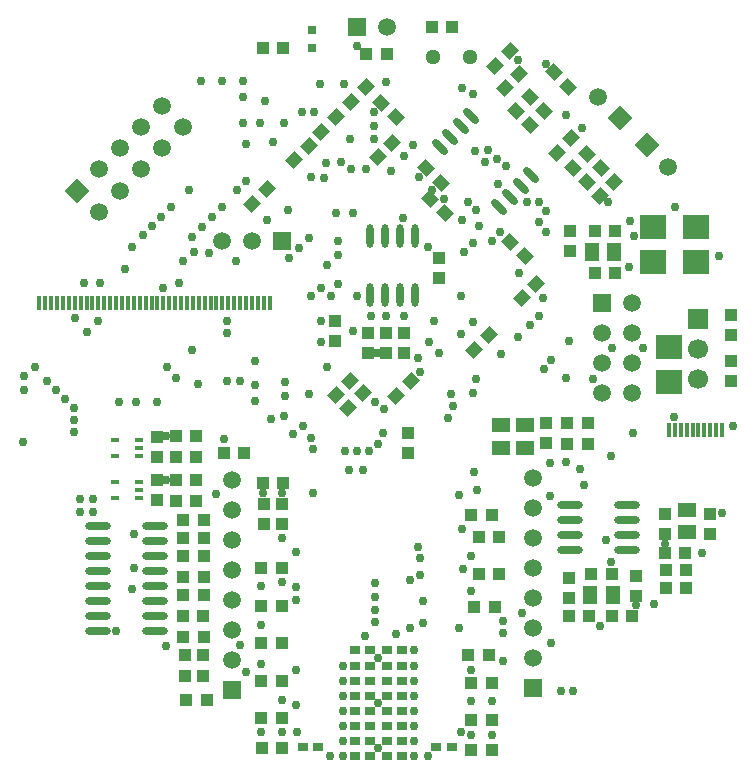
<source format=gbr>
%FSDAX24Y24*%
%MOIN*%
%SFA1B1*%

%IPPOS*%
%AMD13*
4,1,4,0.006900,-0.023600,0.023600,-0.006900,-0.006900,0.023600,-0.023600,0.006900,0.006900,-0.023600,0.0*
1,1,0.023600,0.015300,-0.015300*
1,1,0.023600,-0.015300,0.015300*
%
%AMD17*
4,1,4,-0.001300,0.029200,-0.029200,0.001300,0.001300,-0.029200,0.029200,-0.001300,-0.001300,0.029200,0.0*
%
%AMD18*
4,1,4,0.029200,0.001300,0.001300,0.029200,-0.029200,-0.001300,-0.001300,-0.029200,0.029200,0.001300,0.0*
%
%AMD36*
4,1,4,-0.041700,0.000000,0.000000,-0.041700,0.041700,0.000000,0.000000,0.041700,-0.041700,0.000000,0.0*
%
%AMD42*
4,1,4,0.000000,-0.041700,0.041700,0.000000,0.000000,0.041700,-0.041700,0.000000,0.000000,-0.041700,0.0*
%
%ADD10R,0.039400X0.043300*%
%ADD11R,0.043300X0.039400*%
%ADD12R,0.031500X0.031500*%
G04~CAMADD=13~3~0.0~0.0~236.0~669.0~0.0~0.0~0~0.0~0.0~0.0~0.0~0~0.0~0.0~0.0~0.0~0~0.0~0.0~0.0~225.0~540.0~540.0*
%ADD13D13*%
%ADD14O,0.023600X0.078700*%
%ADD15O,0.086600X0.023600*%
%ADD16R,0.027600X0.015700*%
G04~CAMADD=17~9~0.0~0.0~394.0~433.0~0.0~0.0~0~0.0~0.0~0.0~0.0~0~0.0~0.0~0.0~0.0~0~0.0~0.0~0.0~45.0~584.0~583.0*
%ADD17D17*%
G04~CAMADD=18~9~0.0~0.0~394.0~433.0~0.0~0.0~0~0.0~0.0~0.0~0.0~0~0.0~0.0~0.0~0.0~0~0.0~0.0~0.0~315.0~584.0~583.0*
%ADD18D18*%
%ADD19R,0.035400X0.027600*%
%ADD20R,0.059100X0.059100*%
%ADD21C,0.059100*%
%ADD22R,0.011800X0.049200*%
%ADD23R,0.013800X0.049200*%
%ADD24R,0.086600X0.078700*%
%ADD25R,0.051200X0.059100*%
%ADD26R,0.059100X0.051200*%
%ADD35C,0.059100*%
G04~CAMADD=36~10~0.0~590.4~0.0~0.0~0.0~0.0~0~0.0~0.0~0.0~0.0~0~0.0~0.0~0.0~0.0~0~0.0~0.0~0.0~135.0~590.4~0.0*
%ADD36D36*%
%ADD37C,0.051200*%
%ADD38R,0.059100X0.059100*%
%ADD39R,0.059100X0.059100*%
%ADD40R,0.066900X0.066900*%
%ADD41C,0.066900*%
G04~CAMADD=42~10~0.0~590.4~0.0~0.0~0.0~0.0~0~0.0~0.0~0.0~0.0~0~0.0~0.0~0.0~0.0~0~0.0~0.0~0.0~225.0~590.4~0.0*
%ADD42D42*%
%ADD43C,0.030000*%
%LNde-020717_soldermask_top-1*%
%LPD*%
G54D10*
X019450Y018435D03*
Y017765D03*
X019400Y006200D03*
Y006869D03*
X009250Y008665D03*
Y009335D03*
X013900Y015035D03*
Y014365D03*
X021650Y006935D03*
Y006265D03*
X006600Y004300D03*
Y003631D03*
X012700Y014365D03*
Y015035D03*
X013300Y014365D03*
Y015035D03*
X024800Y014105D03*
Y013435D03*
Y014965D03*
Y015635D03*
X015070Y017545D03*
Y016875D03*
X024100Y009028D03*
Y008359D03*
X022600Y009028D03*
Y008359D03*
X005690Y010145D03*
Y009475D03*
X007200Y003631D03*
Y004300D03*
X005690Y011595D03*
Y010925D03*
X014040Y011045D03*
Y011715D03*
X009850Y009335D03*
Y008665D03*
X011600Y015435D03*
Y014765D03*
X018650Y011365D03*
Y012035D03*
G54D11*
X023280Y007722D03*
X022610D03*
X020035Y012050D03*
X019365D03*
X020855Y005610D03*
X021525D03*
X006975Y010160D03*
X006305D03*
Y009460D03*
X006975D03*
X006565Y004900D03*
X007235D03*
X007215Y005600D03*
X006545D03*
X007235Y006300D03*
X006565D03*
X007235Y006900D03*
X006565D03*
X006975Y011610D03*
X006305D03*
X007235Y007600D03*
X006565D03*
X007235Y008200D03*
X006565D03*
X007235Y008800D03*
X006565D03*
X009215Y024550D03*
X009885D03*
X006305Y010910D03*
X006975D03*
X013335Y024350D03*
X012665D03*
X023305Y006560D03*
X022635D03*
X023305Y007140D03*
X022635D03*
X020963Y018454D03*
X020294D03*
X020963Y017060D03*
X020294D03*
X020085Y005600D03*
X019415D03*
X020835Y007000D03*
X020165D03*
X007335Y002800D03*
X006665D03*
X007915Y011050D03*
X008585D03*
X015525Y025260D03*
X014855D03*
X009185Y001220D03*
X009855D03*
X009165Y002200D03*
X009835D03*
X009165Y003450D03*
X009835D03*
X009165Y004700D03*
X009835D03*
X009165Y005950D03*
X009835D03*
X009165Y007200D03*
X009835D03*
X016835Y008974D03*
X016165D03*
X017085Y008250D03*
X016415D03*
X017085Y007000D03*
X016415D03*
X019365Y011350D03*
X020035D03*
X016935Y005920D03*
X016265D03*
X016735Y004300D03*
X016065D03*
X016835Y003379D03*
X016165D03*
X016835Y002164D03*
X016165D03*
X016835Y001150D03*
X016165D03*
X009885Y010050D03*
X009215D03*
G54D12*
X010850Y025145D03*
Y024555D03*
G54D13*
X017093Y019243D03*
X017446Y019596D03*
X017800Y019950D03*
X018154Y020304D03*
X015102Y021233D03*
X015456Y021587D03*
X015810Y021940D03*
X016163Y022294D03*
G54D14*
X012791Y016316D03*
X013291D03*
X013791D03*
X014291D03*
X012791Y018284D03*
X013291D03*
X013791D03*
X014291D03*
G54D15*
X019460Y009300D03*
Y008800D03*
Y008300D03*
Y007800D03*
X021350Y009300D03*
Y008800D03*
Y008300D03*
Y007800D03*
X005600Y005100D03*
Y005600D03*
Y006100D03*
Y006600D03*
Y007100D03*
Y007600D03*
Y008100D03*
Y008600D03*
X003710Y005100D03*
Y005600D03*
Y006100D03*
Y006600D03*
Y007100D03*
Y007600D03*
Y008100D03*
Y008600D03*
G54D16*
X005094Y009554D03*
Y009810D03*
Y010066D03*
X004286D03*
Y009554D03*
X005094Y010964D03*
Y011220D03*
Y011476D03*
X004286D03*
Y010964D03*
G54D17*
X018120Y021991D03*
X017647Y022464D03*
X019387Y023263D03*
X018913Y023737D03*
X020029Y020082D03*
X019556Y020555D03*
X013163Y022707D03*
X013637Y022233D03*
X015137Y020063D03*
X014663Y020537D03*
X018107Y022924D03*
X018580Y022450D03*
X020016Y021014D03*
X020489Y020541D03*
X017937Y017613D03*
X017463Y018087D03*
X015267Y019033D03*
X014793Y019507D03*
G54D18*
X020440Y019622D03*
X020913Y020095D03*
X011163Y021763D03*
X011637Y022237D03*
X017747Y023697D03*
X017273Y023223D03*
X019487Y021537D03*
X019013Y021063D03*
X017437Y024437D03*
X016963Y023963D03*
X016737Y014967D03*
X016263Y014493D03*
X013663Y012963D03*
X014137Y013437D03*
X012537Y013037D03*
X012063Y012563D03*
X012117Y013457D03*
X011643Y012983D03*
X018323Y016673D03*
X017850Y016200D03*
X012163Y022763D03*
X012637Y023237D03*
X010263Y020813D03*
X010737Y021287D03*
X008863Y019363D03*
X009337Y019837D03*
X013043Y020903D03*
X013517Y021377D03*
G54D19*
X012278Y004480D03*
X012790D03*
X013846D03*
X013334D03*
X012278Y003960D03*
X012790D03*
X012278Y003460D03*
X012790D03*
X012278Y002960D03*
X012790D03*
X012278Y002460D03*
X012790D03*
X012278Y001960D03*
X012790D03*
X012278Y001460D03*
X012790D03*
X012278Y000960D03*
X012790D03*
X011056Y001250D03*
X010544D03*
X014994D03*
X015506D03*
X013846Y000960D03*
X013334D03*
X013846Y001460D03*
X013334D03*
X013846Y001960D03*
X013334D03*
X013846Y002460D03*
X013334D03*
X013846Y002960D03*
X013334D03*
X013846Y003460D03*
X013334D03*
X013846Y003960D03*
X013334D03*
G54D20*
X009850Y018100D03*
G54D21*
X008850Y018100D03*
X007850D03*
G54D22*
X009437Y016050D03*
X009240D03*
X009043D03*
X008847D03*
X008650D03*
X008453D03*
X008256D03*
X008059D03*
X007862D03*
X007666D03*
X007469D03*
X007272D03*
X007075D03*
X006878D03*
X006681D03*
X006484D03*
X006288D03*
X006091D03*
X005894D03*
X005697D03*
X005500D03*
X005303D03*
X005106D03*
X004910D03*
X004713D03*
X004516D03*
X004319D03*
X004122D03*
X003925D03*
X003729D03*
X003532D03*
X003335D03*
X003138D03*
X002941D03*
X002744D03*
X002547D03*
X002351D03*
X002154D03*
X001957D03*
X001760D03*
G54D23*
X022748Y011800D03*
X022945D03*
X023142D03*
X023339D03*
X023536D03*
X023733D03*
X023929D03*
X024126D03*
X024323D03*
X024530D03*
G54D24*
X022750Y013409D03*
Y014591D03*
X023650Y017409D03*
Y018591D03*
X022200Y017409D03*
Y018591D03*
G54D25*
X020176Y017750D03*
X020924D03*
X020126Y006300D03*
X020874D03*
G54D26*
X023345Y008398D03*
Y009146D03*
X017950Y011226D03*
Y011974D03*
X017150Y011226D03*
Y011974D03*
G54D35*
X006564Y021914D03*
X005857Y022621D03*
Y021207D03*
X005150Y021914D03*
Y020500D03*
X004443Y021207D03*
Y019793D03*
X003736Y020500D03*
Y019086D03*
X013350Y025250D03*
X018200Y010200D03*
Y009200D03*
Y008200D03*
Y007200D03*
Y006200D03*
Y005200D03*
Y004200D03*
X008170Y010160D03*
Y009160D03*
Y008160D03*
Y007160D03*
Y006160D03*
Y005160D03*
Y004160D03*
X020393Y022907D03*
X022707Y020593D03*
X021530Y016060D03*
X020530Y015060D03*
X021530D03*
X020530Y014060D03*
X021530D03*
X020530Y013060D03*
X021530D03*
G54D36*
X003029Y019793D03*
G54D37*
X014890Y024250D03*
X016110D03*
G54D38*
X012350Y025250D03*
G54D39*
X018200Y003200D03*
X008170Y003160D03*
X020530Y016060D03*
G54D40*
X023700Y015500D03*
G54D41*
X023700Y014500D03*
Y013500D03*
G54D42*
X021100Y022200D03*
X022000Y021300D03*
G54D43*
X003113Y009083D03*
X003546D03*
X003113Y009517D03*
X003546D03*
X021430Y017250D03*
X018650Y018400D03*
X018770Y010730D03*
Y009610D03*
X007660Y009670D03*
X017710Y024150D03*
X019860Y021870D03*
X019300Y022320D03*
X016040Y019400D03*
X016310Y019140D03*
X015250Y019530D03*
X014840Y019830D03*
X016340Y009820D03*
X014710Y017900D03*
X009100Y022050D03*
X015850Y018800D03*
X012800Y015600D03*
X016280Y021120D03*
X013900Y015600D03*
X010320Y002640D03*
Y006580D03*
X009850Y009700D03*
X010300Y007750D03*
X009835Y006750D03*
Y008200D03*
X016230Y013040D03*
X014550Y006100D03*
X017700Y014900D03*
X015750Y009650D03*
X018400Y015600D03*
X015869Y007168D03*
X004630Y017170D03*
X015490Y013020D03*
X016310Y013500D03*
X016840Y001640D03*
X016165Y001650D03*
X010870Y011183D03*
X013640Y005010D03*
X014110Y005200D03*
X014557Y005397D03*
X014460Y006980D03*
X015380Y012210D03*
X014750Y014740D03*
X015070Y014390D03*
X011870Y003960D03*
X014250Y004470D03*
Y003950D03*
Y003460D03*
Y002940D03*
Y002450D03*
Y001960D03*
Y001450D03*
Y000950D03*
X011870Y000960D03*
Y001460D03*
Y001960D03*
Y002460D03*
Y002960D03*
Y003460D03*
X012550Y010490D03*
X004430Y012760D03*
X010810Y016290D03*
X005690Y012760D03*
X004990D03*
X011700Y016670D03*
X005890Y016560D03*
X006410Y016710D03*
X003729Y015450D03*
X003335Y015090D03*
X014700Y000950D03*
X016160Y002790D03*
Y003820D03*
X016150Y006450D03*
Y007620D03*
X016845Y002770D03*
X013300Y015600D03*
X007510Y018910D03*
X017100Y018400D03*
X017750Y017050D03*
X013200Y011700D03*
X013250Y012500D03*
X011350Y013900D03*
X010750Y013000D03*
X012950Y012750D03*
X009350Y018800D03*
X010800Y020250D03*
X011300Y020700D03*
X012100Y021500D03*
X012900Y022400D03*
Y021950D03*
X010900Y022400D03*
X007400Y017700D03*
X015800Y015030D03*
X016200Y015400D03*
X014400Y020250D03*
X011150Y015450D03*
Y014750D03*
X012950Y006700D03*
Y006250D03*
X014100Y006800D03*
X014450Y007550D03*
X015850Y008500D03*
X012600Y004950D03*
X007900Y011500D03*
X008950Y012780D03*
X010800Y011550D03*
X010543Y011950D03*
X010210Y011690D03*
X009929Y012285D03*
X009950Y012950D03*
X012950Y005800D03*
X009480Y012190D03*
X009950Y013400D03*
X012950Y005400D03*
X014390Y014210D03*
X014450Y013760D03*
X017060Y020010D03*
X017160Y014340D03*
X017200Y004100D03*
Y005050D03*
Y005450D03*
X017850Y005700D03*
X016600Y020750D03*
X016700Y021150D03*
X012900Y021500D03*
X015750Y005200D03*
X010300Y006150D03*
X016200Y023000D03*
X015850Y023200D03*
X005810Y018927D03*
X005200Y018300D03*
X006850Y018250D03*
X007180Y018580D03*
X005510Y018613D03*
X006160Y019240D03*
X007840D03*
X006750Y019800D03*
X008350D03*
X002300Y013150D03*
X002000Y013450D03*
X001600Y013900D03*
X001250Y013600D03*
X008300Y017450D03*
X004850Y017900D03*
X006900Y017750D03*
X002600Y012850D03*
X003250Y016700D03*
X001250Y013150D03*
X001200Y011400D03*
X002900Y012550D03*
Y012150D03*
Y011750D03*
X009835Y002825D03*
Y001750D03*
X010320Y003810D03*
X009150Y001750D03*
Y004000D03*
Y005300D03*
Y006600D03*
X018000Y019400D03*
X018400D03*
X017300Y020600D03*
X018650Y019100D03*
X018400Y018750D03*
X017000Y020850D03*
X024400Y017600D03*
X022950Y019250D03*
X008650Y021350D03*
X015900Y017750D03*
X011250Y020200D03*
X009550Y021400D03*
X012360Y016290D03*
X018110Y015320D03*
X015810Y016280D03*
X018550Y016200D03*
X014390Y007920D03*
X010870Y009710D03*
X021540Y011710D03*
X024895Y011935D03*
X023860Y007730D03*
X022610Y008020D03*
X024530Y009050D03*
X018800Y004720D03*
X019920Y009990D03*
X011360Y017320D03*
X010740Y018200D03*
X010405Y017875D03*
X010070Y017550D03*
X002940Y015540D03*
X003780Y016700D03*
X004900Y008350D03*
Y007200D03*
X011800Y020750D03*
X010050Y019150D03*
X016400Y018600D03*
X019300Y013550D03*
X008650Y020100D03*
X008550Y022050D03*
X009280Y022790D03*
X008550Y022900D03*
X007150Y023450D03*
X008550D03*
X007850D03*
X015550Y012600D03*
X011700Y017640D03*
Y018100D03*
X011650Y019050D03*
X012200D03*
X012150Y020500D03*
X012650D03*
X011100Y023350D03*
X009900Y022050D03*
X010500Y022400D03*
X012350Y024600D03*
X011900Y023350D03*
X013300Y023400D03*
X006835Y014465D03*
X006000Y013907D03*
X006300Y013550D03*
X008650Y003750D03*
X008450Y004650D03*
X015800Y001750D03*
X010350D03*
X011450Y000950D03*
X022250Y006000D03*
X019150Y003100D03*
X019550D03*
X008000Y015450D03*
Y015060D03*
X007050Y013350D03*
X008950Y013300D03*
Y014100D03*
X008000Y013450D03*
X008450D03*
X004850Y006500D03*
X016850Y018100D03*
X016200Y018050D03*
X020220Y013520D03*
X019420Y014770D03*
X018570Y013860D03*
X018830Y014140D03*
X014230Y021310D03*
X020850Y014550D03*
X021890Y014560D03*
X013040Y001230D03*
X013060Y002710D03*
X013050Y004230D03*
X004330Y005110D03*
X005990Y004630D03*
X005980Y010140D03*
Y011610D03*
X009220Y009710D03*
X020660Y008150D03*
X021640Y005980D03*
X020820Y007410D03*
X019780Y010520D03*
X012070Y010490D03*
X011950Y011120D03*
X012340Y011110D03*
X012740Y011100D03*
X013060Y011340D03*
X013000Y014365D03*
X021570Y018274D03*
X020720Y019410D03*
X018650Y024030D03*
X020460Y005290D03*
X012220Y015110D03*
X014930Y015450D03*
X006550Y017460D03*
X021440Y018790D03*
X016260Y010400D03*
X019300Y010740D03*
X013910Y020960D03*
X020800Y010960D03*
X022930Y012250D03*
X011480Y016290D03*
X011150Y016550D03*
X013890Y018890D03*
X013480Y020440D03*
M02*
</source>
